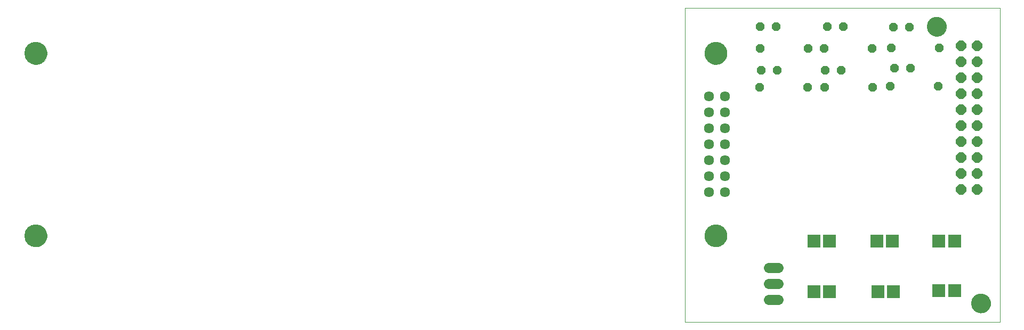
<source format=gts>
G75*
G70*
%OFA0B0*%
%FSLAX24Y24*%
%IPPOS*%
%LPD*%
%AMOC8*
5,1,8,0,0,1.08239X$1,22.5*
%
%ADD10C,0.0000*%
%ADD11C,0.1221*%
%ADD12OC8,0.0640*%
%ADD13C,0.1418*%
%ADD14C,0.0634*%
%ADD15OC8,0.0560*%
%ADD16R,0.0808X0.0808*%
%ADD17C,0.0640*%
D10*
X001798Y006879D02*
X001800Y006931D01*
X001806Y006983D01*
X001816Y007034D01*
X001829Y007084D01*
X001847Y007134D01*
X001868Y007181D01*
X001892Y007227D01*
X001921Y007271D01*
X001952Y007313D01*
X001986Y007352D01*
X002023Y007389D01*
X002063Y007422D01*
X002106Y007453D01*
X002150Y007480D01*
X002196Y007504D01*
X002245Y007524D01*
X002294Y007540D01*
X002345Y007553D01*
X002396Y007562D01*
X002448Y007567D01*
X002500Y007568D01*
X002552Y007565D01*
X002604Y007558D01*
X002655Y007547D01*
X002705Y007533D01*
X002754Y007514D01*
X002801Y007492D01*
X002846Y007467D01*
X002890Y007438D01*
X002931Y007406D01*
X002970Y007371D01*
X003005Y007333D01*
X003038Y007292D01*
X003068Y007250D01*
X003094Y007205D01*
X003117Y007158D01*
X003136Y007109D01*
X003152Y007059D01*
X003164Y007009D01*
X003172Y006957D01*
X003176Y006905D01*
X003176Y006853D01*
X003172Y006801D01*
X003164Y006749D01*
X003152Y006699D01*
X003136Y006649D01*
X003117Y006600D01*
X003094Y006553D01*
X003068Y006508D01*
X003038Y006466D01*
X003005Y006425D01*
X002970Y006387D01*
X002931Y006352D01*
X002890Y006320D01*
X002846Y006291D01*
X002801Y006266D01*
X002754Y006244D01*
X002705Y006225D01*
X002655Y006211D01*
X002604Y006200D01*
X002552Y006193D01*
X002500Y006190D01*
X002448Y006191D01*
X002396Y006196D01*
X002345Y006205D01*
X002294Y006218D01*
X002245Y006234D01*
X002196Y006254D01*
X002150Y006278D01*
X002106Y006305D01*
X002063Y006336D01*
X002023Y006369D01*
X001986Y006406D01*
X001952Y006445D01*
X001921Y006487D01*
X001892Y006531D01*
X001868Y006577D01*
X001847Y006624D01*
X001829Y006674D01*
X001816Y006724D01*
X001806Y006775D01*
X001800Y006827D01*
X001798Y006879D01*
X001798Y018297D02*
X001800Y018349D01*
X001806Y018401D01*
X001816Y018452D01*
X001829Y018502D01*
X001847Y018552D01*
X001868Y018599D01*
X001892Y018645D01*
X001921Y018689D01*
X001952Y018731D01*
X001986Y018770D01*
X002023Y018807D01*
X002063Y018840D01*
X002106Y018871D01*
X002150Y018898D01*
X002196Y018922D01*
X002245Y018942D01*
X002294Y018958D01*
X002345Y018971D01*
X002396Y018980D01*
X002448Y018985D01*
X002500Y018986D01*
X002552Y018983D01*
X002604Y018976D01*
X002655Y018965D01*
X002705Y018951D01*
X002754Y018932D01*
X002801Y018910D01*
X002846Y018885D01*
X002890Y018856D01*
X002931Y018824D01*
X002970Y018789D01*
X003005Y018751D01*
X003038Y018710D01*
X003068Y018668D01*
X003094Y018623D01*
X003117Y018576D01*
X003136Y018527D01*
X003152Y018477D01*
X003164Y018427D01*
X003172Y018375D01*
X003176Y018323D01*
X003176Y018271D01*
X003172Y018219D01*
X003164Y018167D01*
X003152Y018117D01*
X003136Y018067D01*
X003117Y018018D01*
X003094Y017971D01*
X003068Y017926D01*
X003038Y017884D01*
X003005Y017843D01*
X002970Y017805D01*
X002931Y017770D01*
X002890Y017738D01*
X002846Y017709D01*
X002801Y017684D01*
X002754Y017662D01*
X002705Y017643D01*
X002655Y017629D01*
X002604Y017618D01*
X002552Y017611D01*
X002500Y017608D01*
X002448Y017609D01*
X002396Y017614D01*
X002345Y017623D01*
X002294Y017636D01*
X002245Y017652D01*
X002196Y017672D01*
X002150Y017696D01*
X002106Y017723D01*
X002063Y017754D01*
X002023Y017787D01*
X001986Y017824D01*
X001952Y017863D01*
X001921Y017905D01*
X001892Y017949D01*
X001868Y017995D01*
X001847Y018042D01*
X001829Y018092D01*
X001816Y018142D01*
X001806Y018193D01*
X001800Y018245D01*
X001798Y018297D01*
X043087Y021145D02*
X043087Y001460D01*
X062772Y001460D01*
X062772Y021145D01*
X043087Y021145D01*
X044318Y018297D02*
X044320Y018349D01*
X044326Y018401D01*
X044336Y018452D01*
X044349Y018502D01*
X044367Y018552D01*
X044388Y018599D01*
X044412Y018645D01*
X044441Y018689D01*
X044472Y018731D01*
X044506Y018770D01*
X044543Y018807D01*
X044583Y018840D01*
X044626Y018871D01*
X044670Y018898D01*
X044716Y018922D01*
X044765Y018942D01*
X044814Y018958D01*
X044865Y018971D01*
X044916Y018980D01*
X044968Y018985D01*
X045020Y018986D01*
X045072Y018983D01*
X045124Y018976D01*
X045175Y018965D01*
X045225Y018951D01*
X045274Y018932D01*
X045321Y018910D01*
X045366Y018885D01*
X045410Y018856D01*
X045451Y018824D01*
X045490Y018789D01*
X045525Y018751D01*
X045558Y018710D01*
X045588Y018668D01*
X045614Y018623D01*
X045637Y018576D01*
X045656Y018527D01*
X045672Y018477D01*
X045684Y018427D01*
X045692Y018375D01*
X045696Y018323D01*
X045696Y018271D01*
X045692Y018219D01*
X045684Y018167D01*
X045672Y018117D01*
X045656Y018067D01*
X045637Y018018D01*
X045614Y017971D01*
X045588Y017926D01*
X045558Y017884D01*
X045525Y017843D01*
X045490Y017805D01*
X045451Y017770D01*
X045410Y017738D01*
X045366Y017709D01*
X045321Y017684D01*
X045274Y017662D01*
X045225Y017643D01*
X045175Y017629D01*
X045124Y017618D01*
X045072Y017611D01*
X045020Y017608D01*
X044968Y017609D01*
X044916Y017614D01*
X044865Y017623D01*
X044814Y017636D01*
X044765Y017652D01*
X044716Y017672D01*
X044670Y017696D01*
X044626Y017723D01*
X044583Y017754D01*
X044543Y017787D01*
X044506Y017824D01*
X044472Y017863D01*
X044441Y017905D01*
X044412Y017949D01*
X044388Y017995D01*
X044367Y018042D01*
X044349Y018092D01*
X044336Y018142D01*
X044326Y018193D01*
X044320Y018245D01*
X044318Y018297D01*
X058244Y019964D02*
X058246Y020012D01*
X058252Y020060D01*
X058262Y020107D01*
X058275Y020153D01*
X058293Y020198D01*
X058313Y020242D01*
X058338Y020284D01*
X058366Y020323D01*
X058396Y020360D01*
X058430Y020394D01*
X058467Y020426D01*
X058505Y020455D01*
X058546Y020480D01*
X058589Y020502D01*
X058634Y020520D01*
X058680Y020534D01*
X058727Y020545D01*
X058775Y020552D01*
X058823Y020555D01*
X058871Y020554D01*
X058919Y020549D01*
X058967Y020540D01*
X059013Y020528D01*
X059058Y020511D01*
X059102Y020491D01*
X059144Y020468D01*
X059184Y020441D01*
X059222Y020411D01*
X059257Y020378D01*
X059289Y020342D01*
X059319Y020304D01*
X059345Y020263D01*
X059367Y020220D01*
X059387Y020176D01*
X059402Y020131D01*
X059414Y020084D01*
X059422Y020036D01*
X059426Y019988D01*
X059426Y019940D01*
X059422Y019892D01*
X059414Y019844D01*
X059402Y019797D01*
X059387Y019752D01*
X059367Y019708D01*
X059345Y019665D01*
X059319Y019624D01*
X059289Y019586D01*
X059257Y019550D01*
X059222Y019517D01*
X059184Y019487D01*
X059144Y019460D01*
X059102Y019437D01*
X059058Y019417D01*
X059013Y019400D01*
X058967Y019388D01*
X058919Y019379D01*
X058871Y019374D01*
X058823Y019373D01*
X058775Y019376D01*
X058727Y019383D01*
X058680Y019394D01*
X058634Y019408D01*
X058589Y019426D01*
X058546Y019448D01*
X058505Y019473D01*
X058467Y019502D01*
X058430Y019534D01*
X058396Y019568D01*
X058366Y019605D01*
X058338Y019644D01*
X058313Y019686D01*
X058293Y019730D01*
X058275Y019775D01*
X058262Y019821D01*
X058252Y019868D01*
X058246Y019916D01*
X058244Y019964D01*
X044318Y006879D02*
X044320Y006931D01*
X044326Y006983D01*
X044336Y007034D01*
X044349Y007084D01*
X044367Y007134D01*
X044388Y007181D01*
X044412Y007227D01*
X044441Y007271D01*
X044472Y007313D01*
X044506Y007352D01*
X044543Y007389D01*
X044583Y007422D01*
X044626Y007453D01*
X044670Y007480D01*
X044716Y007504D01*
X044765Y007524D01*
X044814Y007540D01*
X044865Y007553D01*
X044916Y007562D01*
X044968Y007567D01*
X045020Y007568D01*
X045072Y007565D01*
X045124Y007558D01*
X045175Y007547D01*
X045225Y007533D01*
X045274Y007514D01*
X045321Y007492D01*
X045366Y007467D01*
X045410Y007438D01*
X045451Y007406D01*
X045490Y007371D01*
X045525Y007333D01*
X045558Y007292D01*
X045588Y007250D01*
X045614Y007205D01*
X045637Y007158D01*
X045656Y007109D01*
X045672Y007059D01*
X045684Y007009D01*
X045692Y006957D01*
X045696Y006905D01*
X045696Y006853D01*
X045692Y006801D01*
X045684Y006749D01*
X045672Y006699D01*
X045656Y006649D01*
X045637Y006600D01*
X045614Y006553D01*
X045588Y006508D01*
X045558Y006466D01*
X045525Y006425D01*
X045490Y006387D01*
X045451Y006352D01*
X045410Y006320D01*
X045366Y006291D01*
X045321Y006266D01*
X045274Y006244D01*
X045225Y006225D01*
X045175Y006211D01*
X045124Y006200D01*
X045072Y006193D01*
X045020Y006190D01*
X044968Y006191D01*
X044916Y006196D01*
X044865Y006205D01*
X044814Y006218D01*
X044765Y006234D01*
X044716Y006254D01*
X044670Y006278D01*
X044626Y006305D01*
X044583Y006336D01*
X044543Y006369D01*
X044506Y006406D01*
X044472Y006445D01*
X044441Y006487D01*
X044412Y006531D01*
X044388Y006577D01*
X044367Y006624D01*
X044349Y006674D01*
X044336Y006724D01*
X044326Y006775D01*
X044320Y006827D01*
X044318Y006879D01*
X061000Y002641D02*
X061002Y002689D01*
X061008Y002737D01*
X061018Y002784D01*
X061031Y002830D01*
X061049Y002875D01*
X061069Y002919D01*
X061094Y002961D01*
X061122Y003000D01*
X061152Y003037D01*
X061186Y003071D01*
X061223Y003103D01*
X061261Y003132D01*
X061302Y003157D01*
X061345Y003179D01*
X061390Y003197D01*
X061436Y003211D01*
X061483Y003222D01*
X061531Y003229D01*
X061579Y003232D01*
X061627Y003231D01*
X061675Y003226D01*
X061723Y003217D01*
X061769Y003205D01*
X061814Y003188D01*
X061858Y003168D01*
X061900Y003145D01*
X061940Y003118D01*
X061978Y003088D01*
X062013Y003055D01*
X062045Y003019D01*
X062075Y002981D01*
X062101Y002940D01*
X062123Y002897D01*
X062143Y002853D01*
X062158Y002808D01*
X062170Y002761D01*
X062178Y002713D01*
X062182Y002665D01*
X062182Y002617D01*
X062178Y002569D01*
X062170Y002521D01*
X062158Y002474D01*
X062143Y002429D01*
X062123Y002385D01*
X062101Y002342D01*
X062075Y002301D01*
X062045Y002263D01*
X062013Y002227D01*
X061978Y002194D01*
X061940Y002164D01*
X061900Y002137D01*
X061858Y002114D01*
X061814Y002094D01*
X061769Y002077D01*
X061723Y002065D01*
X061675Y002056D01*
X061627Y002051D01*
X061579Y002050D01*
X061531Y002053D01*
X061483Y002060D01*
X061436Y002071D01*
X061390Y002085D01*
X061345Y002103D01*
X061302Y002125D01*
X061261Y002150D01*
X061223Y002179D01*
X061186Y002211D01*
X061152Y002245D01*
X061122Y002282D01*
X061094Y002321D01*
X061069Y002363D01*
X061049Y002407D01*
X061031Y002452D01*
X061018Y002498D01*
X061008Y002545D01*
X061002Y002593D01*
X061000Y002641D01*
D11*
X061591Y002641D03*
X058835Y019964D03*
D12*
X060351Y018781D03*
X061351Y018781D03*
X061351Y017781D03*
X060351Y017781D03*
X060351Y016781D03*
X061351Y016781D03*
X061351Y015781D03*
X060351Y015781D03*
X060351Y014781D03*
X061351Y014781D03*
X061351Y013781D03*
X060351Y013781D03*
X060351Y012781D03*
X061351Y012781D03*
X061351Y011781D03*
X060351Y011781D03*
X060351Y010781D03*
X061351Y010781D03*
X061351Y009781D03*
X060351Y009781D03*
D13*
X002487Y006879D03*
X002487Y018297D03*
X045007Y018297D03*
X045007Y006879D03*
D14*
X044597Y009588D03*
X045597Y009588D03*
X045597Y010588D03*
X044597Y010588D03*
X044597Y011588D03*
X045597Y011588D03*
X045597Y012588D03*
X044597Y012588D03*
X044597Y013588D03*
X045597Y013588D03*
X045597Y014588D03*
X044597Y014588D03*
X044597Y015588D03*
X045597Y015588D03*
D15*
X047747Y016180D03*
X047867Y017220D03*
X048867Y017220D03*
X050747Y016180D03*
X051827Y016180D03*
X051867Y017220D03*
X052867Y017220D03*
X054827Y016180D03*
X055921Y016240D03*
X056192Y017383D03*
X057192Y017383D03*
X058921Y016240D03*
X058990Y018645D03*
X055990Y018645D03*
X054794Y018596D03*
X051794Y018596D03*
X050778Y018589D03*
X047778Y018589D03*
X047776Y019972D03*
X048776Y019972D03*
X051994Y019969D03*
X052994Y019969D03*
X056134Y019948D03*
X057134Y019948D03*
D16*
X056054Y006549D03*
X055070Y006549D03*
X052136Y006549D03*
X051152Y006549D03*
X058962Y006549D03*
X059946Y006549D03*
X059941Y003429D03*
X058957Y003429D03*
X056127Y003380D03*
X055143Y003380D03*
X052127Y003380D03*
X051143Y003380D03*
D17*
X048907Y003860D02*
X048307Y003860D01*
X048307Y002860D02*
X048907Y002860D01*
X048907Y004860D02*
X048307Y004860D01*
M02*

</source>
